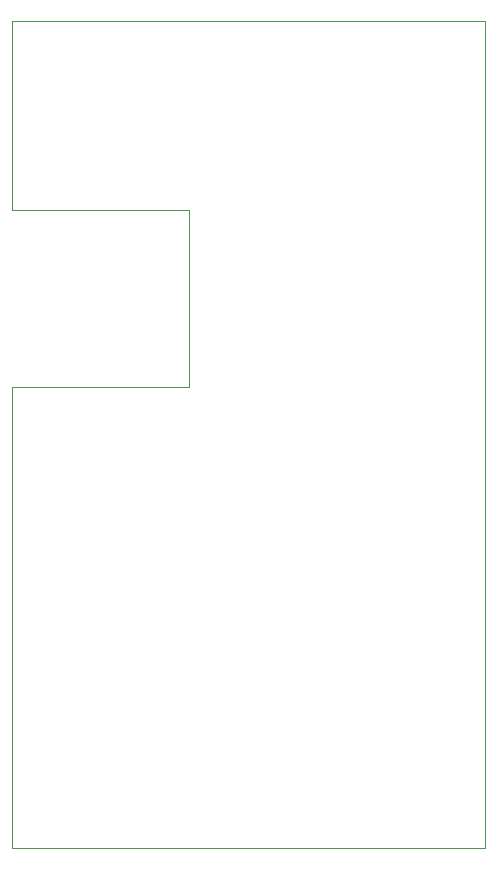
<source format=gbr>
%TF.GenerationSoftware,KiCad,Pcbnew,(5.1.10)-1*%
%TF.CreationDate,2022-02-04T18:43:22-05:00*%
%TF.ProjectId,OutputBoard_2,4f757470-7574-4426-9f61-72645f322e6b,rev?*%
%TF.SameCoordinates,Original*%
%TF.FileFunction,Profile,NP*%
%FSLAX46Y46*%
G04 Gerber Fmt 4.6, Leading zero omitted, Abs format (unit mm)*
G04 Created by KiCad (PCBNEW (5.1.10)-1) date 2022-02-04 18:43:22*
%MOMM*%
%LPD*%
G01*
G04 APERTURE LIST*
%TA.AperFunction,Profile*%
%ADD10C,0.050000*%
%TD*%
G04 APERTURE END LIST*
D10*
X55402000Y-79774000D02*
X55400000Y-118796000D01*
X55402000Y-64774000D02*
X55400000Y-48796000D01*
X70402000Y-64774000D02*
X70402000Y-79774000D01*
X70402000Y-79774000D02*
X55402000Y-79774000D01*
X70402000Y-64774000D02*
X55402000Y-64774000D01*
X95400000Y-118796000D02*
X55400000Y-118796000D01*
X95400000Y-48796000D02*
X95400000Y-118796000D01*
X55400000Y-48796000D02*
X95400000Y-48796000D01*
M02*

</source>
